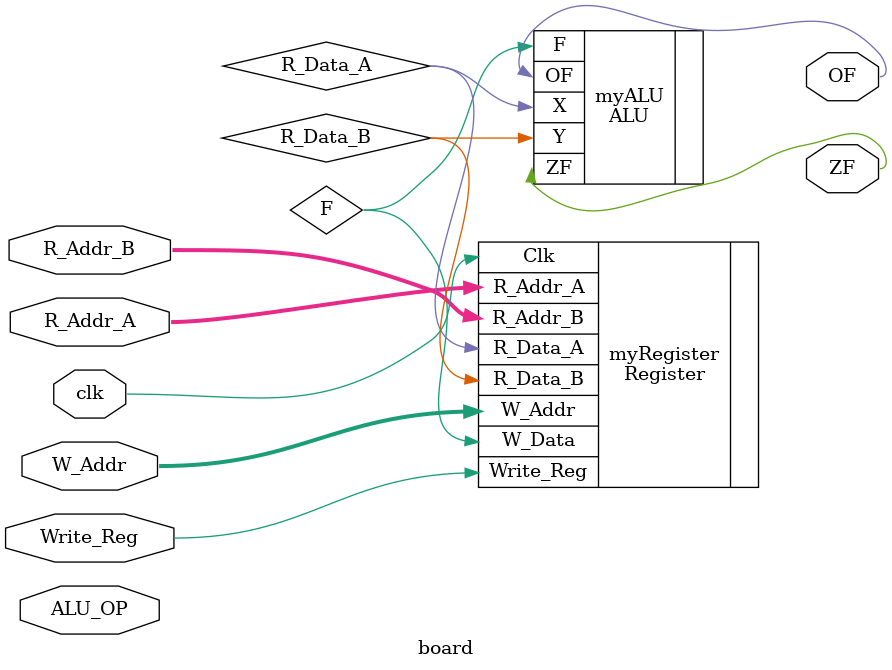
<source format=v>
`timescale 1ns / 1ps


module board(
    input[4:0] R_Addr_A,R_Addr_B,W_Addr,
    input[2:0] ALU_OP,
    input Write_Reg,clk,
    output ZF,OF
    );
    
    wire F;
    
    Register myRegister(.R_Addr_A(R_Addr_A),.R_Addr_B(R_Addr_B),
        .W_Addr(W_Addr),.Clk(clk),.W_Data(F),.Write_Reg(Write_Reg),
        .R_Data_A(R_Data_A),.R_Data_B(R_Data_B));
        
    ALU myALU(.X(R_Data_A),.Y(R_Data_B),.ZF(ZF),.OF(OF),.F(F));
endmodule

</source>
